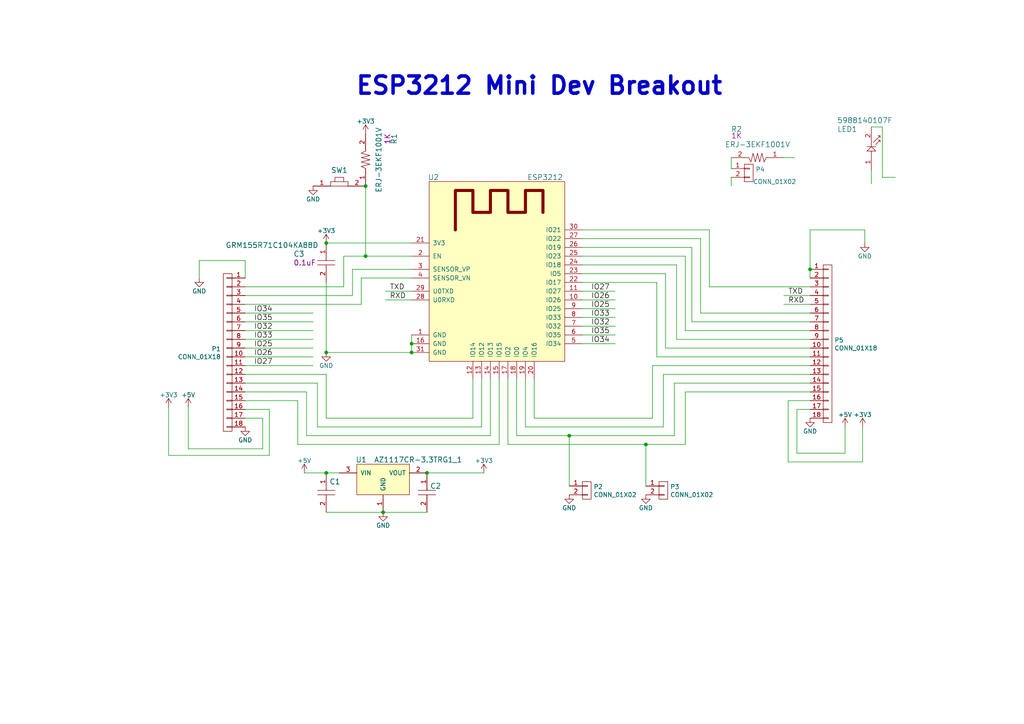
<source format=kicad_sch>
(kicad_sch (version 20230121) (generator eeschema)
  (paper "A4")
  (lib_symbols
    (symbol "ESP3212-Breakout-rescue:+3.3V" (power) (pin_names (offset 0))
      (property "Value" "+3.3V" (at 0 3.556 0))
      (symbol "+3.3V_0_1"
        (polyline (pts (xy -0.762 1.27) (xy 0 2.54)))
        (polyline (pts (xy 0 0) (xy 0 2.54)))
        (polyline (pts (xy 0 2.54) (xy 0.762 1.27)))
      )
      (symbol "+3.3V_1_1"
        (pin power_in line (at 0 0 90) (length 0) hide (name "+3V3") (number "1"))
      )
    )
    (symbol "ESP3212-Breakout-rescue:+5V" (power) (pin_names (offset 0))
      (property "Value" "+5V" (at 0 3.556 0))
      (symbol "+5V_0_1"
        (polyline (pts (xy -0.762 1.27) (xy 0 2.54)))
        (polyline (pts (xy 0 0) (xy 0 2.54)))
        (polyline (pts (xy 0 2.54) (xy 0.762 1.27)))
      )
      (symbol "+5V_1_1"
        (pin power_in line (at 0 0 90) (length 0) hide (name "+5V") (number "1"))
      )
    )
    (symbol "ESP3212-Breakout-rescue:5988140107F" (pin_names (offset 1.016))
      (property "Reference" "LED" (at -6.985 2.54 0))
      (property "Value" "5988140107F" (at 0 -3.81 0))
      (symbol "5988140107F_0_1"
        (polyline (pts (xy -0.635 0) (xy -1.27 0)))
        (polyline (pts (xy 0.635 1.27) (xy 0.635 -1.27)))
        (polyline (pts (xy 1.27 0) (xy 0.635 0)))
        (polyline (pts (xy 1.905 -0.635) (xy 3.81 -2.54)))
        (polyline (pts (xy 3.81 -2.54) (xy 3.175 -2.54)))
        (polyline (pts (xy 3.81 -2.54) (xy 3.81 -1.905)))
        (polyline (pts (xy -0.635 1.27) (xy -0.635 -1.27) (xy 0.635 0) (xy -0.635 1.27)))
        (polyline (pts (xy 1.27 -1.27) (xy 2.54 -2.54) (xy 2.54 -1.905) (xy 2.54 -2.54) (xy 1.905 -2.54)))
      )
      (symbol "5988140107F_1_1"
        (pin passive line (at -6.35 0 0) (length 5.08) (name "~") (number "1"))
        (pin input line (at 6.35 0 180) (length 5.08) (name "~") (number "2"))
      )
    )
    (symbol "ESP3212-Breakout-rescue:AZ1117CR-3.3TRG1_1" (pin_names (offset 1.016))
      (property "Reference" "U" (at -6.35 5.08 0))
      (property "Value" "AZ1117CR-3.3TRG1_1" (at 10.16 5.08 0))
      (symbol "AZ1117CR-3.3TRG1_1_0_1"
        (rectangle (start -7.62 3.81) (end 7.62 -5.08) (fill (type background)))
      )
      (symbol "AZ1117CR-3.3TRG1_1_1_1"
        (pin passive line (at 0 -10.16 90) (length 5.08) (name "GND") (number "1"))
        (pin output line (at 12.7 1.27 180) (length 5.08) (name "VOUT") (number "2"))
        (pin input line (at -12.7 1.27 0) (length 5.08) (name "VIN") (number "3"))
      )
    )
    (symbol "ESP3212-Breakout-rescue:CL05B104JP5NNNC" (pin_names (offset 1.016))
      (property "Reference" "C" (at -5.08 3.81 0))
      (property "Value" "CL05B104JP5NNNC" (at 1.27 -3.81 0))
      (property "Component-Value" "0.10uF" (at -5.715 -6.35 0))
      (symbol "CL05B104JP5NNNC_0_1"
        (polyline (pts (xy -1.27 2.54) (xy -1.27 -2.54)))
        (polyline (pts (xy 0 2.54) (xy 0 -2.54)))
      )
      (symbol "CL05B104JP5NNNC_1_1"
        (pin input line (at -6.35 0 0) (length 5.08) (name "~") (number "1"))
        (pin input line (at 5.08 0 180) (length 5.08) (name "~") (number "2"))
      )
    )
    (symbol "ESP3212-Breakout-rescue:CL10A106KQ8NNNC" (pin_names (offset 1.016))
      (property "Reference" "C" (at -5.08 1.27 0))
      (property "Value" "CL10A106KQ8NNNC" (at -7.62 -3.81 0))
      (property "Componen-Value" "10uF" (at -15.875 -5.715 0))
      (symbol "CL10A106KQ8NNNC_0_1"
        (polyline (pts (xy 0 2.54) (xy 0 -2.54)))
        (polyline (pts (xy 1.27 2.54) (xy 1.27 -2.54)))
      )
      (symbol "CL10A106KQ8NNNC_1_1"
        (pin input line (at -5.08 0 0) (length 5.08) (name "~") (number "1"))
        (pin input line (at 6.35 0 180) (length 5.08) (name "~") (number "2"))
      )
    )
    (symbol "ESP3212-Breakout-rescue:CONN_01X02" (pin_names (offset 1.016) hide)
      (property "Reference" "P" (at 0 3.81 0))
      (property "Value" "CONN_01X02" (at 2.54 0 90))
      (symbol "CONN_01X02_0_1"
        (rectangle (start -1.27 -1.143) (end 0.254 -1.397))
        (rectangle (start -1.27 1.397) (end 0.254 1.143))
        (rectangle (start -1.27 2.54) (end 1.27 -2.54))
      )
      (symbol "CONN_01X02_1_1"
        (pin passive line (at -5.08 1.27 0) (length 3.81) (name "P1") (number "1"))
        (pin passive line (at -5.08 -1.27 0) (length 3.81) (name "P2") (number "2"))
      )
    )
    (symbol "ESP3212-Breakout-rescue:CONN_01X18" (pin_names (offset 1.016) hide)
      (property "Reference" "P" (at 0 24.13 0))
      (property "Value" "CONN_01X18" (at 2.54 0 90))
      (symbol "CONN_01X18_0_1"
        (rectangle (start -1.27 -21.463) (end 0.254 -21.717))
        (rectangle (start -1.27 -18.923) (end 0.254 -19.177))
        (rectangle (start -1.27 -16.383) (end 0.254 -16.637))
        (rectangle (start -1.27 -13.843) (end 0.254 -14.097))
        (rectangle (start -1.27 -11.303) (end 0.254 -11.557))
        (rectangle (start -1.27 -8.763) (end 0.254 -9.017))
        (rectangle (start -1.27 -6.223) (end 0.254 -6.477))
        (rectangle (start -1.27 -3.683) (end 0.254 -3.937))
        (rectangle (start -1.27 -1.143) (end 0.254 -1.397))
        (rectangle (start -1.27 1.397) (end 0.254 1.143))
        (rectangle (start -1.27 3.937) (end 0.254 3.683))
        (rectangle (start -1.27 6.477) (end 0.254 6.223))
        (rectangle (start -1.27 9.017) (end 0.254 8.763))
        (rectangle (start -1.27 11.557) (end 0.254 11.303))
        (rectangle (start -1.27 14.097) (end 0.254 13.843))
        (rectangle (start -1.27 16.637) (end 0.254 16.383))
        (rectangle (start -1.27 19.177) (end 0.254 18.923))
        (rectangle (start -1.27 21.717) (end 0.254 21.463))
        (rectangle (start -1.27 22.86) (end 1.27 -22.86))
      )
      (symbol "CONN_01X18_1_1"
        (pin passive line (at -5.08 21.59 0) (length 3.81) (name "P1") (number "1"))
        (pin passive line (at -5.08 -1.27 0) (length 3.81) (name "P10") (number "10"))
        (pin passive line (at -5.08 -3.81 0) (length 3.81) (name "P11") (number "11"))
        (pin passive line (at -5.08 -6.35 0) (length 3.81) (name "P12") (number "12"))
        (pin passive line (at -5.08 -8.89 0) (length 3.81) (name "P13") (number "13"))
        (pin passive line (at -5.08 -11.43 0) (length 3.81) (name "P14") (number "14"))
        (pin passive line (at -5.08 -13.97 0) (length 3.81) (name "P15") (number "15"))
        (pin passive line (at -5.08 -16.51 0) (length 3.81) (name "P16") (number "16"))
        (pin passive line (at -5.08 -19.05 0) (length 3.81) (name "P17") (number "17"))
        (pin passive line (at -5.08 -21.59 0) (length 3.81) (name "P18") (number "18"))
        (pin passive line (at -5.08 19.05 0) (length 3.81) (name "P2") (number "2"))
        (pin passive line (at -5.08 16.51 0) (length 3.81) (name "P3") (number "3"))
        (pin passive line (at -5.08 13.97 0) (length 3.81) (name "P4") (number "4"))
        (pin passive line (at -5.08 11.43 0) (length 3.81) (name "P5") (number "5"))
        (pin passive line (at -5.08 8.89 0) (length 3.81) (name "P6") (number "6"))
        (pin passive line (at -5.08 6.35 0) (length 3.81) (name "P7") (number "7"))
        (pin passive line (at -5.08 3.81 0) (length 3.81) (name "P8") (number "8"))
        (pin passive line (at -5.08 1.27 0) (length 3.81) (name "P9") (number "9"))
      )
    )
    (symbol "ESP3212-Breakout-rescue:ERJ-3EKF1001V" (pin_names (offset 1.016))
      (property "Reference" "R" (at -7.62 8.89 0))
      (property "Value" "ERJ-3EKF1001V" (at 0 -3.81 0))
      (property "Component-Value" "1K" (at -6.985 -6.35 0))
      (symbol "ERJ-3EKF1001V_0_1"
        (polyline (pts (xy -2.54 0) (xy -1.905 1.27) (xy -1.27 -1.27) (xy -0.635 1.27) (xy 0 -1.27) (xy 0.635 1.27) (xy 1.27 -1.27) (xy 1.905 1.27) (xy 2.54 0)))
      )
      (symbol "ERJ-3EKF1001V_1_1"
        (pin input line (at -7.62 0 0) (length 5.08) (name "~") (number "1"))
        (pin input line (at 7.62 0 180) (length 5.08) (name "~") (number "2"))
      )
    )
    (symbol "ESP3212-Breakout-rescue:ESP3212" (pin_names (offset 1.016))
      (property "Reference" "U" (at -17.78 31.75 0))
      (property "Value" "ESP3212" (at 12.7 31.75 0))
      (symbol "ESP3212_0_1"
        (rectangle (start -20.32 30.48) (end 19.05 -21.59) (fill (type background)))
        (polyline (pts (xy -12.7 16.51) (xy -12.7 27.94) (xy -7.62 27.94) (xy -7.62 21.59) (xy -2.54 21.59) (xy -2.54 27.94) (xy 2.54 27.94) (xy 2.54 21.59) (xy 7.62 21.59) (xy 7.62 27.94) (xy 12.7 27.94) (xy 12.7 21.59)) (stroke (width 0.889)))
      )
      (symbol "ESP3212_1_1"
        (pin power_in line (at -25.4 -13.97 0) (length 5.08) (name "GND") (number "1"))
        (pin bidirectional line (at 24.13 -3.81 180) (length 5.08) (name "IO26") (number "10"))
        (pin bidirectional line (at 24.13 -1.27 180) (length 5.08) (name "IO27") (number "11"))
        (pin bidirectional line (at -7.62 -26.67 90) (length 5.08) (name "IO14") (number "12"))
        (pin bidirectional line (at -5.08 -26.67 90) (length 5.08) (name "IO12") (number "13"))
        (pin bidirectional line (at -2.54 -26.67 90) (length 5.08) (name "IO13") (number "14"))
        (pin bidirectional line (at 0 -26.67 90) (length 5.08) (name "IO15") (number "15"))
        (pin power_in line (at -25.4 -16.51 0) (length 5.08) (name "GND") (number "16"))
        (pin bidirectional line (at 2.54 -26.67 90) (length 5.08) (name "IO2") (number "17"))
        (pin bidirectional line (at 5.08 -26.67 90) (length 5.08) (name "IO0") (number "18"))
        (pin bidirectional line (at 7.62 -26.67 90) (length 5.08) (name "IO4") (number "19"))
        (pin input line (at -25.4 8.89 0) (length 5.08) (name "EN") (number "2"))
        (pin bidirectional line (at 10.16 -26.67 90) (length 5.08) (name "IO16") (number "20"))
        (pin power_in line (at -25.4 12.7 0) (length 5.08) (name "3V3") (number "21"))
        (pin bidirectional line (at 24.13 1.27 180) (length 5.08) (name "IO17") (number "22"))
        (pin bidirectional line (at 24.13 3.81 180) (length 5.08) (name "IO5") (number "23"))
        (pin bidirectional line (at 24.13 6.35 180) (length 5.08) (name "IO18") (number "24"))
        (pin bidirectional line (at 24.13 8.89 180) (length 5.08) (name "IO23") (number "25"))
        (pin bidirectional line (at 24.13 11.43 180) (length 5.08) (name "IO19") (number "26"))
        (pin bidirectional line (at 24.13 13.97 180) (length 5.08) (name "IO22") (number "27"))
        (pin bidirectional line (at -25.4 -3.81 0) (length 5.08) (name "U0RXD") (number "28"))
        (pin bidirectional line (at -25.4 -1.27 0) (length 5.08) (name "U0TXD") (number "29"))
        (pin input line (at -25.4 5.08 0) (length 5.08) (name "SENSOR_VP") (number "3"))
        (pin bidirectional line (at 24.13 16.51 180) (length 5.08) (name "IO21") (number "30"))
        (pin power_in line (at -25.4 -19.05 0) (length 5.08) (name "GND") (number "31"))
        (pin input line (at -25.4 2.54 0) (length 5.08) (name "SENSOR_VN") (number "4"))
        (pin bidirectional line (at 24.13 -16.51 180) (length 5.08) (name "IO34") (number "5"))
        (pin bidirectional line (at 24.13 -13.97 180) (length 5.08) (name "IO35") (number "6"))
        (pin bidirectional line (at 24.13 -11.43 180) (length 5.08) (name "IO32") (number "7"))
        (pin bidirectional line (at 24.13 -8.89 180) (length 5.08) (name "IO33") (number "8"))
        (pin bidirectional line (at 24.13 -6.35 180) (length 5.08) (name "IO25") (number "9"))
      )
    )
    (symbol "ESP3212-Breakout-rescue:GND" (power) (pin_names (offset 0))
      (property "Value" "GND" (at 0 -3.81 0))
      (symbol "GND_0_1"
        (polyline (pts (xy 0 0) (xy 0 -1.27) (xy 1.27 -1.27) (xy 0 -2.54) (xy -1.27 -1.27) (xy 0 -1.27)))
      )
      (symbol "GND_1_1"
        (pin power_in line (at 0 0 270) (length 0) hide (name "GND") (number "1"))
      )
    )
    (symbol "ESP3212-Breakout-rescue:GRM155R71C104KA88D" (pin_names (offset 1.016))
      (property "Reference" "C" (at -17.145 -1.27 0))
      (property "Value" "GRM155R71C104KA88D" (at -7.62 -3.81 0))
      (property "Componen-Value" "0.1uF" (at -16.51 -6.35 0))
      (symbol "GRM155R71C104KA88D_0_1"
        (polyline (pts (xy -0.635 2.54) (xy -0.635 -2.54)))
        (polyline (pts (xy 0.635 2.54) (xy 0.635 -2.54)))
      )
      (symbol "GRM155R71C104KA88D_1_1"
        (pin input line (at -5.715 0 0) (length 5.08) (name "~") (number "1"))
        (pin input line (at 5.715 0 180) (length 5.08) (name "~") (number "2"))
      )
    )
    (symbol "ESP3212-Breakout-rescue:TL3301AF160QG" (pin_names (offset 1.016))
      (property "Reference" "SW" (at -6.35 2.54 0))
      (symbol "TL3301AF160QG_0_1"
        (polyline (pts (xy -2.54 -1.27) (xy -2.54 0)))
        (polyline (pts (xy -2.54 0) (xy 2.54 0)))
        (polyline (pts (xy -2.54 -1.27) (xy 2.54 -1.27) (xy 2.54 0)))
        (polyline (pts (xy -1.27 0) (xy -1.27 1.27) (xy 1.27 1.27) (xy 1.27 0)))
      )
      (symbol "TL3301AF160QG_1_1"
        (pin input line (at -7.62 -1.27 0) (length 5.08) (name "~") (number "1"))
        (pin input line (at 7.62 -1.27 180) (length 5.08) (name "~") (number "2"))
      )
    )
  )
  (junction (at 119.38 102.235))
  (junction (at 165.1 126.365))
  (junction (at 106.045 53.975))
  (junction (at 94.615 102.235))
  (junction (at 119.38 99.695))
  (junction (at 123.825 137.16))
  (junction (at 106.045 74.295))
  (junction (at 94.615 137.16))
  (junction (at 94.615 70.485))
  (junction (at 234.95 78.105))
  (junction (at 111.125 148.59))
  (junction (at 187.325 128.905))
  (wire (pts (xy 193.04 79.375) (xy 193.04 100.965)))
  (wire (pts (xy 195.58 111.125) (xy 234.95 111.125)))
  (wire (pts (xy 139.7 123.825) (xy 139.7 109.855)))
  (wire (pts (xy 187.325 128.905) (xy 198.755 128.905)))
  (wire (pts (xy 71.12 100.965) (xy 90.805 100.965)))
  (wire (pts (xy 255.905 51.435) (xy 259.715 51.435)))
  (wire (pts (xy 71.12 121.285) (xy 76.2 121.285)))
  (wire (pts (xy 48.895 118.11) (xy 48.895 132.08)))
  (wire (pts (xy 165.1 126.365) (xy 165.1 140.97)))
  (wire (pts (xy 99.695 74.295) (xy 106.045 74.295)))
  (wire (pts (xy 86.36 128.905) (xy 144.78 128.905)))
  (wire (pts (xy 111.125 148.59) (xy 123.825 148.59)))
  (wire (pts (xy 189.23 121.285) (xy 189.23 106.045)))
  (wire (pts (xy 149.86 126.365) (xy 165.1 126.365)))
  (wire (pts (xy 203.2 69.215) (xy 203.2 90.805)))
  (wire (pts (xy 71.12 75.565) (xy 57.785 75.565)))
  (wire (pts (xy 196.215 98.425) (xy 196.215 76.835)))
  (wire (pts (xy 200.66 93.345) (xy 234.95 93.345)))
  (wire (pts (xy 119.38 86.995) (xy 111.76 86.995)))
  (wire (pts (xy 71.12 106.045) (xy 90.805 106.045)))
  (wire (pts (xy 168.91 86.995) (xy 178.435 86.995)))
  (wire (pts (xy 76.2 121.285) (xy 76.2 130.175)))
  (wire (pts (xy 250.825 66.675) (xy 250.825 70.485)))
  (wire (pts (xy 147.32 128.905) (xy 187.325 128.905)))
  (wire (pts (xy 168.91 84.455) (xy 178.435 84.455)))
  (wire (pts (xy 71.12 98.425) (xy 90.805 98.425)))
  (wire (pts (xy 152.4 109.855) (xy 152.4 123.825)))
  (wire (pts (xy 198.755 74.295) (xy 198.755 95.885)))
  (wire (pts (xy 137.16 121.285) (xy 137.16 109.855)))
  (wire (pts (xy 203.2 90.805) (xy 234.95 90.805)))
  (wire (pts (xy 57.785 75.565) (xy 57.785 80.645)))
  (wire (pts (xy 119.38 80.645) (xy 104.775 80.645)))
  (wire (pts (xy 119.38 84.455) (xy 111.76 84.455)))
  (wire (pts (xy 102.235 78.105) (xy 102.235 85.725)))
  (wire (pts (xy 48.895 132.08) (xy 78.105 132.08)))
  (wire (pts (xy 94.615 108.585) (xy 94.615 121.285)))
  (wire (pts (xy 168.91 94.615) (xy 178.435 94.615)))
  (wire (pts (xy 234.95 78.105) (xy 234.95 80.645)))
  (wire (pts (xy 94.615 121.285) (xy 137.16 121.285)))
  (wire (pts (xy 119.38 99.695) (xy 119.38 97.155)))
  (wire (pts (xy 71.12 113.665) (xy 88.9 113.665)))
  (wire (pts (xy 231.14 118.745) (xy 234.95 118.745)))
  (wire (pts (xy 168.91 69.215) (xy 203.2 69.215)))
  (wire (pts (xy 200.66 71.755) (xy 168.91 71.755)))
  (wire (pts (xy 71.12 103.505) (xy 90.805 103.505)))
  (wire (pts (xy 196.215 98.425) (xy 234.95 98.425)))
  (wire (pts (xy 76.2 130.175) (xy 54.61 130.175)))
  (wire (pts (xy 104.775 80.645) (xy 104.775 88.265)))
  (wire (pts (xy 78.105 132.08) (xy 78.105 118.745)))
  (wire (pts (xy 94.615 81.915) (xy 94.615 102.235)))
  (wire (pts (xy 78.105 118.745) (xy 71.12 118.745)))
  (wire (pts (xy 205.74 83.185) (xy 234.95 83.185)))
  (wire (pts (xy 234.95 88.265) (xy 227.33 88.265)))
  (wire (pts (xy 106.045 53.975) (xy 106.045 74.295)))
  (wire (pts (xy 88.265 137.16) (xy 94.615 137.16)))
  (wire (pts (xy 102.235 85.725) (xy 71.12 85.725)))
  (wire (pts (xy 168.91 79.375) (xy 193.04 79.375)))
  (wire (pts (xy 71.12 90.805) (xy 90.805 90.805)))
  (wire (pts (xy 86.36 128.905) (xy 86.36 116.205)))
  (wire (pts (xy 152.4 123.825) (xy 192.405 123.825)))
  (wire (pts (xy 99.695 83.185) (xy 71.12 83.185)))
  (wire (pts (xy 234.95 116.205) (xy 228.6 116.205)))
  (wire (pts (xy 144.78 128.905) (xy 144.78 109.855)))
  (wire (pts (xy 245.11 123.825) (xy 245.11 131.445)))
  (wire (pts (xy 228.6 133.985) (xy 250.19 133.985)))
  (wire (pts (xy 92.075 111.125) (xy 71.12 111.125)))
  (wire (pts (xy 71.12 108.585) (xy 94.615 108.585)))
  (wire (pts (xy 168.91 89.535) (xy 178.435 89.535)))
  (wire (pts (xy 198.755 128.905) (xy 198.755 113.665)))
  (wire (pts (xy 205.74 83.185) (xy 205.74 66.675)))
  (wire (pts (xy 189.23 106.045) (xy 234.95 106.045)))
  (wire (pts (xy 88.9 113.665) (xy 88.9 126.365)))
  (wire (pts (xy 205.74 66.675) (xy 168.91 66.675)))
  (wire (pts (xy 92.075 123.825) (xy 139.7 123.825)))
  (wire (pts (xy 255.905 36.83) (xy 255.905 51.435)))
  (wire (pts (xy 119.38 78.105) (xy 102.235 78.105)))
  (wire (pts (xy 154.94 109.855) (xy 154.94 121.285)))
  (wire (pts (xy 94.615 137.16) (xy 98.425 137.16)))
  (wire (pts (xy 106.045 74.295) (xy 119.38 74.295)))
  (wire (pts (xy 71.12 95.885) (xy 90.805 95.885)))
  (wire (pts (xy 192.405 108.585) (xy 234.95 108.585)))
  (wire (pts (xy 104.775 88.265) (xy 71.12 88.265)))
  (wire (pts (xy 190.5 103.505) (xy 190.5 81.915)))
  (wire (pts (xy 212.09 48.895) (xy 212.09 45.72)))
  (wire (pts (xy 168.91 97.155) (xy 178.435 97.155)))
  (wire (pts (xy 198.755 95.885) (xy 234.95 95.885)))
  (wire (pts (xy 71.12 80.645) (xy 71.12 75.565)))
  (wire (pts (xy 71.12 93.345) (xy 90.805 93.345)))
  (wire (pts (xy 252.73 36.83) (xy 255.905 36.83)))
  (wire (pts (xy 252.73 53.34) (xy 252.73 49.53)))
  (wire (pts (xy 227.33 45.72) (xy 230.505 45.72)))
  (wire (pts (xy 195.58 126.365) (xy 195.58 111.125)))
  (wire (pts (xy 196.215 76.835) (xy 168.91 76.835)))
  (wire (pts (xy 86.36 116.205) (xy 71.12 116.205)))
  (wire (pts (xy 99.695 74.295) (xy 99.695 83.185)))
  (wire (pts (xy 200.66 93.345) (xy 200.66 71.755)))
  (wire (pts (xy 234.95 66.675) (xy 234.95 78.105)))
  (wire (pts (xy 149.86 109.855) (xy 149.86 126.365)))
  (wire (pts (xy 88.9 126.365) (xy 142.24 126.365)))
  (wire (pts (xy 250.19 133.985) (xy 250.19 123.825)))
  (wire (pts (xy 234.95 66.675) (xy 250.825 66.675)))
  (wire (pts (xy 187.325 140.97) (xy 187.325 128.905)))
  (wire (pts (xy 190.5 103.505) (xy 234.95 103.505)))
  (wire (pts (xy 231.14 131.445) (xy 231.14 118.745)))
  (wire (pts (xy 165.1 126.365) (xy 195.58 126.365)))
  (wire (pts (xy 92.075 123.825) (xy 92.075 111.125)))
  (wire (pts (xy 198.755 113.665) (xy 234.95 113.665)))
  (wire (pts (xy 234.95 85.725) (xy 227.33 85.725)))
  (wire (pts (xy 119.38 102.235) (xy 119.38 99.695)))
  (wire (pts (xy 192.405 123.825) (xy 192.405 108.585)))
  (wire (pts (xy 119.38 70.485) (xy 94.615 70.485)))
  (wire (pts (xy 168.91 92.075) (xy 178.435 92.075)))
  (wire (pts (xy 142.24 126.365) (xy 142.24 109.855)))
  (wire (pts (xy 228.6 116.205) (xy 228.6 133.985)))
  (wire (pts (xy 147.32 109.855) (xy 147.32 128.905)))
  (wire (pts (xy 168.91 74.295) (xy 198.755 74.295)))
  (wire (pts (xy 94.615 102.235) (xy 119.38 102.235)))
  (wire (pts (xy 154.94 121.285) (xy 189.23 121.285)))
  (wire (pts (xy 168.91 99.695) (xy 178.435 99.695)))
  (wire (pts (xy 123.825 137.16) (xy 140.335 137.16)))
  (wire (pts (xy 245.11 131.445) (xy 231.14 131.445)))
  (wire (pts (xy 94.615 148.59) (xy 111.125 148.59)))
  (wire (pts (xy 193.04 100.965) (xy 234.95 100.965)))
  (wire (pts (xy 190.5 81.915) (xy 168.91 81.915)))
  (wire (pts (xy 54.61 130.175) (xy 54.61 118.11)))
  (wire (pts (xy 212.09 51.435) (xy 212.09 53.975)))
  (text "ESP3212 Mini Dev Breakout" (at 102.87 27.94 0) (effects (font (size 5.0038 5.0038) (thickness 1.0008) bold) (justify left bottom)))
  (label "RXD" (at 228.6 88.265 0) (effects (font (size 1.524 1.524))))
  (label "RXD" (at 113.03 86.995 0) (effects (font (size 1.524 1.524))))
  (label "IO34" (at 171.45 99.695 0) (effects (font (size 1.524 1.524))))
  (label "IO25" (at 171.45 89.535 0) (effects (font (size 1.524 1.524))))
  (label "IO35" (at 171.45 97.155 0) (effects (font (size 1.524 1.524))))
  (label "IO32" (at 73.66 95.885 0) (effects (font (size 1.524 1.524))))
  (label "TXD" (at 228.6 85.725 0) (effects (font (size 1.524 1.524))))
  (label "IO27" (at 73.66 106.045 0) (effects (font (size 1.524 1.524))))
  (label "IO26" (at 73.66 103.505 0) (effects (font (size 1.524 1.524))))
  (label "IO25" (at 73.66 100.965 0) (effects (font (size 1.524 1.524))))
  (label "TXD" (at 113.03 84.455 0) (effects (font (size 1.524 1.524))))
  (label "IO32" (at 171.45 94.615 0) (effects (font (size 1.524 1.524))))
  (label "IO26" (at 171.45 86.995 0) (effects (font (size 1.524 1.524))))
  (label "IO27" (at 171.45 84.455 0) (effects (font (size 1.524 1.524))))
  (label "IO33" (at 171.45 92.075 0) (effects (font (size 1.524 1.524))))
  (label "IO33" (at 73.66 98.425 0) (effects (font (size 1.524 1.524))))
  (label "IO34" (at 73.66 90.805 0) (effects (font (size 1.524 1.524))))
  (label "IO35" (at 73.66 93.345 0) (effects (font (size 1.524 1.524))))
  (symbol (lib_id "ESP3212-Breakout-rescue:AZ1117CR-3.3TRG1_1") (at 111.125 138.43 0) (unit 1)
    (property "Reference" "U1" (at 104.775 133.35 0) (effects (font (size 1.524 1.524))))
    (property "Value" "AZ1117CR-3.3TRG1_1" (at 121.285 133.35 0) (effects (font (size 1.524 1.524))))
    (property "Footprint" "PCB_Footprints:AZ1117CR-3.3TRG1" (effects hide))
    (property "Cost" "0.08330 @ 5000" (effects hide))
    (property "Date Created" "19 Aug 2016" (effects hide))
    (property "Date Modified" "19 Aug 2016" (effects hide))
    (property "Designer" "Adam Vadala-Roth" (effects hide))
    (property "Height" "1.6mm" (effects hide))
    (property "RHoS?" "Yes" (effects hide))
    (property "MFR" "Diodes Inc" (effects hide))
    (property "MFR#" "AZ1117CR-3.3TRG1" (effects hide))
    (property "Mounting" "SMT/SMD" (effects hide))
    (property "Pin Count#" "4" (effects hide))
    (property "Status" "Active" (effects hide))
    (property "Tolerance" "N/A" (effects hide))
    (property "Type" "LDO Linear DC Voltage Regulator" (effects hide))
    (property "Voltage" "3.7V input 3.3V Output" (effects hide))
    (property "Wattage" "N/A" (effects hide))
    (property "Component-Value" "N/A" (effects hide))
    (property "Description" "Linear Voltage Regulator IC Positive Fixed 1 Output 3.3V 800mA SOT-89" (effects hide))
  )
  (symbol (lib_id "ESP3212-Breakout-rescue:CL05B104JP5NNNC") (at 123.825 143.51 270) (unit 1)
    (property "Reference" "C2" (at 126.365 140.97 90) (effects (font (size 1.524 1.524))))
    (property "Value" "CL05B104JP5NNNC" (effects hide))
    (property "Footprint" "PCB_Footprints:C0402" (effects hide))
    (property "Datasheet" "http://www.samsungsem.com/kr/support/product-search/mlcc/__icsFiles/afieldfile/2016/08/18/S_CL05B104JP5NNNC.pdf" (effects hide))
    (property "Cost" "$0.00903 @ 5000" (effects hide))
    (property "Date Created" "4 Sept 2016" (effects hide))
    (property "Date Modified" "5 Sept 2016" (effects hide))
    (property "Designer" "Adam Vadala-Roth" (effects hide))
    (property "Height" "0.55mm" (effects hide))
    (property "RHoS?" "Yes" (effects hide))
    (property "MFR" "Samsung Electro-Mechanics America, Inc." (effects hide))
    (property "MFR#" "CL05B104JP5NNNC" (effects hide))
    (property "Mounting" "SMT/SMD" (effects hide))
    (property "Pint Count#" "2" (effects hide))
    (property "Status" "Active" (effects hide))
    (property "Tolerance" "5%" (effects hide))
    (property "Type" "Ceramic Capacitor 0402" (effects hide))
    (property "Voltage" "10V" (effects hide))
    (property "Wattage" "N/A" (effects hide))
    (property "Component-Value" "0.10uF" (effects hide))
    (property "Description" "0.10µF 10V Ceramic Capacitor X7R 0402 (1005 Metric) 0.039\" L x 0.020\" W (1.00mm x 0.50mm)" (effects hide))
  )
  (symbol (lib_id "ESP3212-Breakout-rescue:GND") (at 111.125 148.59 0) (unit 1)
    (property "Reference" "#PWR01" (effects hide))
    (property "Value" "GND" (at 111.125 152.4 0))
  )
  (symbol (lib_id "ESP3212-Breakout-rescue:GND") (at 234.95 121.285 0) (unit 1)
    (property "Reference" "#PWR02" (effects hide))
    (property "Value" "GND" (at 234.95 125.095 0))
  )
  (symbol (lib_id "ESP3212-Breakout-rescue:GND") (at 250.825 70.485 0) (unit 1)
    (property "Reference" "#PWR03" (effects hide))
    (property "Value" "GND" (at 250.825 74.295 0))
  )
  (symbol (lib_id "ESP3212-Breakout-rescue:+3.3V") (at 140.335 137.16 0) (unit 1)
    (property "Reference" "#PWR04" (effects hide))
    (property "Value" "+3.3V" (at 140.335 133.604 0))
  )
  (symbol (lib_id "ESP3212-Breakout-rescue:+3.3V") (at 250.19 123.825 0) (unit 1)
    (property "Reference" "#PWR05" (effects hide))
    (property "Value" "+3.3V" (at 250.19 120.269 0))
  )
  (symbol (lib_id "ESP3212-Breakout-rescue:+5V") (at 245.11 123.825 0) (unit 1)
    (property "Reference" "#PWR06" (effects hide))
    (property "Value" "+5V" (at 245.11 120.269 0))
  )
  (symbol (lib_id "ESP3212-Breakout-rescue:+5V") (at 88.265 137.16 0) (unit 1)
    (property "Reference" "#PWR07" (effects hide))
    (property "Value" "+5V" (at 88.265 133.604 0))
  )
  (symbol (lib_id "ESP3212-Breakout-rescue:CL10A106KQ8NNNC") (at 94.615 142.24 270) (unit 1)
    (property "Reference" "C1" (at 97.155 139.7 90) (effects (font (size 1.524 1.524))))
    (property "Value" "CL10A106KQ8NNNC" (effects hide))
    (property "Footprint" "PCB_Footprints:C0603" (effects hide))
    (property "Datasheet" "http://www.samsungsem.com/kr/support/product-search/mlcc/__icsFiles/afieldfile/2016/08/18/S_CL10A106KQ8NNNC.pdf" (effects hide))
    (property "Cost" "0.05145 @ 4000" (effects hide))
    (property "Date Created" "5 Sept 2016" (effects hide))
    (property "Date Modifed" "5 Sept 2016" (effects hide))
    (property "Designer" "Adam Vadala-Roth" (effects hide))
    (property "Height" "0.90mm" (effects hide))
    (property "RHoS?" "Yes" (effects hide))
    (property "MFR" "Samsung Electro-Mechanics America, Inc." (effects hide))
    (property "MFR#" "CL10A106KQ8NNNC" (effects hide))
    (property "Mounting" "SMT/SMD" (effects hide))
    (property "Pin Count#" "2" (effects hide))
    (property "Status" "Active" (effects hide))
    (property "Tolerance" "10%" (effects hide))
    (property "Type" "Ceramic Capacitor 0603" (effects hide))
    (property "Voltage" "6.3V" (effects hide))
    (property "Wattage" "N/A" (effects hide))
    (property "Componen-Value" "10uF" (effects hide))
    (property "Description" "10µF 6.3V Ceramic Capacitor X5R 0603 (1608 Metric) 0.063\" L x 0.031\" W (1.60mm x 0.80mm)" (effects hide))
  )
  (symbol (lib_id "ESP3212-Breakout-rescue:ESP3212") (at 144.78 83.185 0) (unit 1)
    (property "Reference" "U2" (at 125.73 51.435 0) (effects (font (size 1.524 1.524))))
    (property "Value" "ESP3212" (at 158.115 51.435 0) (effects (font (size 1.524 1.524))))
    (property "Footprint" "ESP32-footprints-Lib:ESP3212" (effects hide))
  )
  (symbol (lib_id "ESP3212-Breakout-rescue:GRM155R71C104KA88D") (at 94.615 76.2 270) (unit 1)
    (property "Reference" "C3" (at 85.09 73.66 90) (effects (font (size 1.524 1.524)) (justify left)))
    (property "Value" "GRM155R71C104KA88D" (at 65.405 71.12 90) (effects (font (size 1.524 1.524)) (justify left)))
    (property "Footprint" "OnHand-Components:C0402" (effects hide))
    (property "Datasheet" "http://search.murata.co.jp/Ceramy/image/img/A01X/G101/ENG/GRM155R71C104KA88-01.pdf" (effects hide))
    (property "Cost" "0.00250 @ 5000" (effects hide))
    (property "Date Created" "13 Sept 2016" (effects hide))
    (property "Date Modifed" "13 Sept 2016" (effects hide))
    (property "Designer" "Adam Vadala-Roth" (effects hide))
    (property "Height" "0.55mm" (effects hide))
    (property "RHoS?" "Yes" (effects hide))
    (property "MFR" "Murata Electronics North America" (effects hide))
    (property "MFR#" "GRM155R71C104KA88D" (effects hide))
    (property "Mounting" "SMT/SMD" (effects hide))
    (property "Pin Count#" "2" (effects hide))
    (property "Status" "Active" (effects hide))
    (property "Tolerance" "10%" (effects hide))
    (property "Type" "Ceramic Capacitor 0402" (effects hide))
    (property "Voltage" "16V" (effects hide))
    (property "Wattage" "N/A" (effects hide))
    (property "Componen-Value" "0.1uF" (at 85.09 76.2 90) (effects (font (size 1.524 1.524)) (justify left)))
    (property "Description" "0.10µF 16V Ceramic Capacitor X7R 0402 (1005 Metric) 0.039\" L x 0.020\" W (1.00mm x 0.50mm)" (effects hide))
  )
  (symbol (lib_id "ESP3212-Breakout-rescue:ERJ-3EKF1001V") (at 219.71 45.72 180) (unit 1)
    (property "Reference" "R2" (at 215.265 37.465 0) (effects (font (size 1.524 1.524)) (justify left)))
    (property "Value" "ERJ-3EKF1001V" (at 229.235 41.91 0) (effects (font (size 1.524 1.524)) (justify left)))
    (property "Footprint" "OnHand-Components:R0603" (effects hide))
    (property "Datasheet" "http://industrial.panasonic.com/www-cgi/jvcr13pz.cgi?E+PZ+3+AOA0002+ERJ3EKF1001V+7+WW" (effects hide))
    (property "Cost" "0.00247 @ 5000" (effects hide))
    (property "Date Created" "13 Sept 2016" (effects hide))
    (property "Date Modified" "13 Sept 2016" (effects hide))
    (property "Designer" "Adam Vadala-Roth" (effects hide))
    (property "Height" "0.4mm" (effects hide))
    (property "RHoS?" "Yes" (effects hide))
    (property "MFR" "Panasonic Electronic Components" (effects hide))
    (property "MFR#" "ERJ-3EKF1001V" (effects hide))
    (property "Mounting" "SMT/SMD" (effects hide))
    (property "Pin Count#" "2" (effects hide))
    (property "Status" "Active" (effects hide))
    (property "Tolerance" "1%" (effects hide))
    (property "Type" "0603 Resistor" (effects hide))
    (property "Voltage" "N/A" (effects hide))
    (property "Wattage" "1/10" (effects hide))
    (property "Component-Value" "1K" (at 215.265 39.37 0) (effects (font (size 1.524 1.524)) (justify left)))
    (property "Description" "RES SMD 1K OHM 1% 1/10W 0603" (effects hide))
  )
  (symbol (lib_id "ESP3212-Breakout-rescue:5988140107F") (at 252.73 43.18 90) (unit 1)
    (property "Reference" "LED1" (at 245.745 37.465 90) (effects (font (size 1.524 1.524))))
    (property "Value" "5988140107F" (at 250.825 34.925 90) (effects (font (size 1.524 1.524))))
    (property "Footprint" "OnHand-Components:LED0805Y" (effects hide))
    (property "Datasheet" "http://www.dialight.com/Assets/Brochures_And_Catalogs/Indication/SMT_selector_guide.pdf" (effects hide))
    (property "Cost" "0.06666 @ 4000" (effects hide))
    (property "Date Created" "13 Sept 2016" (effects hide))
    (property "Date Modified" "13 Sept 2016" (effects hide))
    (property "Designer" "Adam Vadala-Roth" (effects hide))
    (property "Height" "0.7mm" (effects hide))
    (property "RhoS?" "Yes" (effects hide))
    (property "MFR" "Dialight" (effects hide))
    (property "MFR#" "5988140107F" (effects hide))
    (property "Mounting" "SMT/SMD" (effects hide))
    (property "Pin Count#" "2" (effects hide))
    (property "Status" "Active" (effects hide))
    (property "Tolerance" "N/A" (effects hide))
    (property "Type" "0805 LED Yellow" (effects hide))
    (property "Voltage" "N/A" (effects hide))
    (property "Wattage" "N/A" (effects hide))
    (property "Component-Value" "N/A" (effects hide))
    (property "Description" "Yellow 593nm LED Indication - Discrete 2V 0805 (2012 Metric)" (effects hide))
  )
  (symbol (lib_id "ESP3212-Breakout-rescue:TL3301AF160QG") (at 98.425 52.705 0) (unit 1)
    (property "Reference" "SW1" (at 98.425 49.3776 0) (effects (font (size 1.524 1.524))))
    (property "Value" "TL3301AF160QG" (effects hide))
    (property "Footprint" "OnHand-Components:TL3301AF160QG" (effects hide))
    (property "Datasheet" "http://www.e-switch.com/system/asset/product_line/data_sheet/185/TL3301.pdf" (effects hide))
    (property "Cost" "0.19380 @ 5000" (effects hide))
    (property "Date Created " "13 Sept 2016" (effects hide))
    (property "Date Modified" "13 Sept 2016" (effects hide))
    (property "Designer" "Adam Vadala-Roth" (effects hide))
    (property "Height" "5.05mm" (effects hide))
    (property "RHoS?" "Yes" (effects hide))
    (property "MFR" "E-SWITCH" (effects hide))
    (property "MFR#" "TL3301AF160QG" (effects hide))
    (property "Mounting" "SMT/SMD" (effects hide))
    (property "Pin Count#" "4" (effects hide))
    (property "Status" "Active" (effects hide))
    (property "Tolerance" "N/A" (effects hide))
    (property "Type" "Switch Momentary" (effects hide))
    (property "Voltage" "12V 0.5A" (effects hide))
    (property "Wattage" "N/A" (effects hide))
    (property "Component-Value" "N/A" (effects hide))
    (property "Description" "Tactile Switch SPST-NO Top Actuated Surface Mount" (effects hide))
  )
  (symbol (lib_id "ESP3212-Breakout-rescue:GND") (at 57.785 80.645 0) (unit 1)
    (property "Reference" "#PWR09" (effects hide))
    (property "Value" "GND" (at 57.785 84.455 0))
  )
  (symbol (lib_id "ESP3212-Breakout-rescue:GND") (at 71.12 123.825 0) (unit 1)
    (property "Reference" "#PWR010" (effects hide))
    (property "Value" "GND" (at 71.12 127.635 0))
  )
  (symbol (lib_id "ESP3212-Breakout-rescue:+5V") (at 54.61 118.11 0) (unit 1)
    (property "Reference" "#PWR011" (effects hide))
    (property "Value" "+5V" (at 54.61 114.554 0))
  )
  (symbol (lib_id "ESP3212-Breakout-rescue:+3.3V") (at 48.895 118.11 0) (unit 1)
    (property "Reference" "#PWR012" (effects hide))
    (property "Value" "+3.3V" (at 48.895 114.554 0))
  )
  (symbol (lib_id "ESP3212-Breakout-rescue:+3.3V") (at 94.615 70.485 0) (unit 1)
    (property "Reference" "#PWR08" (effects hide))
    (property "Value" "+3.3V" (at 94.615 66.929 0))
  )
  (symbol (lib_id "ESP3212-Breakout-rescue:CONN_01X18") (at 240.03 99.695 0) (unit 1)
    (property "Reference" "P5" (at 242.0112 98.6536 0) (effects (justify left)))
    (property "Value" "CONN_01X18" (at 242.0112 100.965 0) (effects (justify left)))
    (property "Footprint" "Pin_Headers:Pin_Header_Straight_1x18" (effects hide))
  )
  (symbol (lib_id "ESP3212-Breakout-rescue:CONN_01X02") (at 170.18 142.24 0) (unit 1)
    (property "Reference" "P2" (at 172.1612 141.1986 0) (effects (justify left)))
    (property "Value" "CONN_01X02" (at 172.1612 143.51 0) (effects (justify left)))
    (property "Footprint" "Pin_Headers:Pin_Header_Straight_1x02" (effects hide))
  )
  (symbol (lib_id "ESP3212-Breakout-rescue:GND") (at 165.1 143.51 0) (unit 1)
    (property "Reference" "#PWR013" (effects hide))
    (property "Value" "GND" (at 165.1 147.32 0))
  )
  (symbol (lib_id "ESP3212-Breakout-rescue:CONN_01X02") (at 192.405 142.24 0) (unit 1)
    (property "Reference" "P3" (at 194.3862 141.1986 0) (effects (justify left)))
    (property "Value" "CONN_01X02" (at 194.3862 143.51 0) (effects (justify left)))
    (property "Footprint" "Pin_Headers:Pin_Header_Straight_1x02" (effects hide))
  )
  (symbol (lib_id "ESP3212-Breakout-rescue:GND") (at 187.325 143.51 0) (unit 1)
    (property "Reference" "#PWR014" (effects hide))
    (property "Value" "GND" (at 187.325 147.32 0))
  )
  (symbol (lib_id "ESP3212-Breakout-rescue:CONN_01X18") (at 66.04 102.235 0) (mirror y) (unit 1)
    (property "Reference" "P1" (at 64.0588 101.1936 0) (effects (justify left)))
    (property "Value" "CONN_01X18" (at 64.0588 103.505 0) (effects (justify left)))
    (property "Footprint" "Pin_Headers:Pin_Header_Straight_1x18" (effects hide))
  )
  (symbol (lib_id "ESP3212-Breakout-rescue:CONN_01X02") (at 217.17 50.165 0) (unit 1)
    (property "Reference" "P4" (at 219.1512 49.1236 0) (effects (justify left)))
    (property "Value" "CONN_01X02" (at 218.44 52.705 0) (effects (justify left)))
    (property "Footprint" "Pin_Headers:Pin_Header_Straight_1x02" (effects hide))
  )
  (symbol (lib_id "ESP3212-Breakout-rescue:ERJ-3EKF1001V") (at 106.045 46.355 90) (unit 1)
    (property "Reference" "R1" (at 114.3 41.91 0) (effects (font (size 1.524 1.524)) (justify left)))
    (property "Value" "ERJ-3EKF1001V" (at 109.855 55.88 0) (effects (font (size 1.524 1.524)) (justify left)))
    (property "Footprint" "OnHand-Components:R0603" (effects hide))
    (property "Datasheet" "http://industrial.panasonic.com/www-cgi/jvcr13pz.cgi?E+PZ+3+AOA0002+ERJ3EKF1001V+7+WW" (effects hide))
    (property "Cost" "0.00247 @ 5000" (effects hide))
    (property "Date Created" "13 Sept 2016" (effects hide))
    (property "Date Modified" "13 Sept 2016" (effects hide))
    (property "Designer" "Adam Vadala-Roth" (effects hide))
    (property "Height" "0.4mm" (effects hide))
    (property "RHoS?" "Yes" (effects hide))
    (property "MFR" "Panasonic Electronic Components" (effects hide))
    (property "MFR#" "ERJ-3EKF1001V" (effects hide))
    (property "Mounting" "SMT/SMD" (effects hide))
    (property "Pin Count#" "2" (effects hide))
    (property "Status" "Active" (effects hide))
    (property "Tolerance" "1%" (effects hide))
    (property "Type" "0603 Resistor" (effects hide))
    (property "Voltage" "N/A" (effects hide))
    (property "Wattage" "1/10" (effects hide))
    (property "Component-Value" "1K" (at 112.395 41.91 0) (effects (font (size 1.524 1.524)) (justify left)))
    (property "Description" "RES SMD 1K OHM 1% 1/10W 0603" (effects hide))
  )
  (symbol (lib_id "ESP3212-Breakout-rescue:+3.3V") (at 106.045 38.735 0) (unit 1)
    (property "Reference" "#PWR015" (effects hide))
    (property "Value" "+3.3V" (at 106.045 35.179 0))
  )
  (symbol (lib_id "ESP3212-Breakout-rescue:GND") (at 90.805 53.975 0) (unit 1)
    (property "Reference" "#PWR016" (effects hide))
    (property "Value" "GND" (at 90.805 57.785 0))
  )
  (symbol (lib_id "ESP3212-Breakout-rescue:GND") (at 94.615 102.235 0) (unit 1)
    (property "Reference" "#PWR?" (effects hide))
    (property "Value" "GND" (at 94.615 106.045 0))
  )
)
</source>
